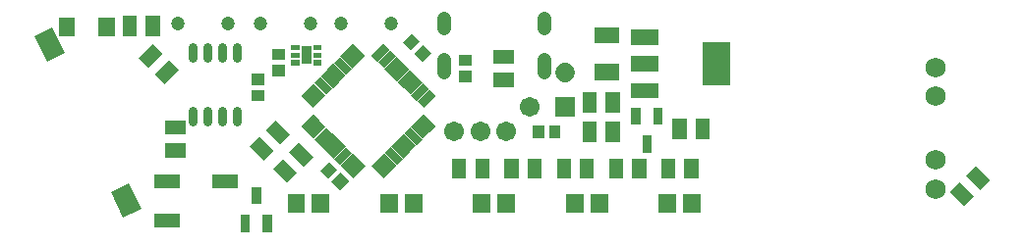
<source format=gbs>
G04 Layer: BottomSolderMaskLayer*
G04 EasyEDA v6.4.24, 2021-09-25T18:25:05+02:00*
G04 d15503250396465d85bfe37af418053a,f5a38c858c354eb5b90fd3f81420cce3,10*
G04 Gerber Generator version 0.2*
G04 Scale: 100 percent, Rotated: No, Reflected: No *
G04 Dimensions in millimeters *
G04 leading zeros omitted , absolute positions ,4 integer and 5 decimal *
%FSLAX45Y45*%
%MOMM*%

%ADD52C,1.2032*%
%ADD53C,0.8032*%
%ADD54C,1.7032*%
%ADD64C,1.2000*%
%ADD65C,1.7272*%

%LPD*%
D54*
X5113909Y-571500D02*
G01*
X5113909Y-571500D01*
D52*
X4068013Y-184983D02*
G01*
X4068013Y-104983D01*
X4931994Y-184983D02*
G01*
X4931994Y-104983D01*
X4068013Y-569986D02*
G01*
X4068013Y-459986D01*
X4931994Y-569986D02*
G01*
X4931994Y-459986D01*
D53*
X2286000Y-901090D02*
G01*
X2286000Y-993089D01*
X2159000Y-901090D02*
G01*
X2159000Y-993089D01*
X2032000Y-901090D02*
G01*
X2032000Y-993089D01*
X1905000Y-901090D02*
G01*
X1905000Y-993089D01*
X2286000Y-353110D02*
G01*
X2286000Y-445112D01*
X2159000Y-353110D02*
G01*
X2159000Y-445112D01*
X2032000Y-353110D02*
G01*
X2032000Y-445112D01*
X1905000Y-353110D02*
G01*
X1905000Y-445112D01*
D54*
G01*
X4381500Y-1079500D03*
G01*
X4803190Y-865911D03*
G01*
X4601590Y-1078611D03*
G01*
X4157090Y-1077391D03*
G36*
X5028691Y-948689D02*
G01*
X5028691Y-778510D01*
X5199125Y-778510D01*
X5199125Y-948689D01*
G37*
D64*
G01*
X2208911Y-142519D03*
G01*
X1778888Y-142519D03*
G01*
X2915031Y-142519D03*
G01*
X2485009Y-142519D03*
G01*
X3615004Y-142519D03*
G01*
X3184982Y-142519D03*
D65*
G01*
X8300008Y-1575003D03*
G01*
X8300008Y-1325016D03*
G01*
X8300008Y-775004D03*
G01*
X8300008Y-525018D03*
G36*
X3497072Y-478028D02*
G01*
X3443224Y-423926D01*
X3547363Y-319786D01*
X3601211Y-373634D01*
G37*
G36*
X3552697Y-533654D02*
G01*
X3498850Y-479805D01*
X3602990Y-375665D01*
X3657091Y-429513D01*
G37*
G36*
X3610356Y-591057D02*
G01*
X3556508Y-537210D01*
X3660647Y-433070D01*
X3714495Y-486918D01*
G37*
G36*
X3665981Y-646684D02*
G01*
X3612134Y-592836D01*
X3716274Y-488695D01*
X3770122Y-542544D01*
G37*
G36*
X3723386Y-704342D02*
G01*
X3669538Y-650239D01*
X3773677Y-546100D01*
X3827525Y-599947D01*
G37*
G36*
X3779011Y-759968D02*
G01*
X3725163Y-706120D01*
X3829304Y-601979D01*
X3883152Y-655828D01*
G37*
G36*
X3836670Y-817371D02*
G01*
X3782822Y-763523D01*
X3886961Y-659384D01*
X3940809Y-713231D01*
G37*
G36*
X3892295Y-872997D02*
G01*
X3838447Y-819150D01*
X3942588Y-715010D01*
X3996436Y-768857D01*
G37*
G36*
X3942588Y-1085087D02*
G01*
X3838447Y-980947D01*
X3892295Y-926845D01*
X3996436Y-1031239D01*
G37*
G36*
X3886961Y-1140713D02*
G01*
X3782822Y-1036573D01*
X3836670Y-982726D01*
X3940809Y-1086865D01*
G37*
G36*
X3829304Y-1198118D02*
G01*
X3725163Y-1093978D01*
X3779011Y-1040129D01*
X3883152Y-1144270D01*
G37*
G36*
X3773677Y-1253744D02*
G01*
X3669538Y-1149604D01*
X3723386Y-1095755D01*
X3827525Y-1199895D01*
G37*
G36*
X3716274Y-1311402D02*
G01*
X3612134Y-1207007D01*
X3665981Y-1153160D01*
X3770122Y-1257300D01*
G37*
G36*
X3660647Y-1367028D02*
G01*
X3556508Y-1262887D01*
X3610356Y-1209039D01*
X3714495Y-1313179D01*
G37*
G36*
X3602990Y-1424431D02*
G01*
X3498850Y-1320292D01*
X3552697Y-1266444D01*
X3657091Y-1370584D01*
G37*
G36*
X3547363Y-1480057D02*
G01*
X3443224Y-1375918D01*
X3497072Y-1322070D01*
X3601211Y-1426210D01*
G37*
G36*
X3285236Y-1480057D02*
G01*
X3231388Y-1426210D01*
X3335527Y-1322070D01*
X3389375Y-1375918D01*
G37*
G36*
X3229609Y-1424431D02*
G01*
X3175508Y-1370584D01*
X3279902Y-1266444D01*
X3333750Y-1320292D01*
G37*
G36*
X3171952Y-1367028D02*
G01*
X3118104Y-1313179D01*
X3222243Y-1209039D01*
X3276091Y-1262887D01*
G37*
G36*
X3116325Y-1311402D02*
G01*
X3062477Y-1257300D01*
X3166618Y-1153160D01*
X3220465Y-1207007D01*
G37*
G36*
X3058922Y-1253744D02*
G01*
X3005074Y-1199895D01*
X3109213Y-1095755D01*
X3163061Y-1149604D01*
G37*
G36*
X3003295Y-1198118D02*
G01*
X2949447Y-1144270D01*
X3053588Y-1040129D01*
X3107436Y-1093978D01*
G37*
G36*
X2945638Y-1140713D02*
G01*
X2891790Y-1086865D01*
X2995929Y-982726D01*
X3049777Y-1036573D01*
G37*
G36*
X2890011Y-1085087D02*
G01*
X2836163Y-1031239D01*
X2940304Y-926845D01*
X2994152Y-980947D01*
G37*
G36*
X2940304Y-872997D02*
G01*
X2836163Y-768857D01*
X2890011Y-715010D01*
X2994152Y-819150D01*
G37*
G36*
X2995929Y-817371D02*
G01*
X2891790Y-713231D01*
X2945638Y-659384D01*
X3049777Y-763523D01*
G37*
G36*
X3053588Y-759968D02*
G01*
X2949447Y-655828D01*
X3003295Y-601979D01*
X3107436Y-706120D01*
G37*
G36*
X3109213Y-704342D02*
G01*
X3005074Y-599947D01*
X3058922Y-546100D01*
X3163061Y-650239D01*
G37*
G36*
X3166618Y-646684D02*
G01*
X3062477Y-542544D01*
X3116325Y-488695D01*
X3220465Y-592836D01*
G37*
G36*
X3222243Y-591057D02*
G01*
X3118104Y-486918D01*
X3171952Y-433070D01*
X3276091Y-537210D01*
G37*
G36*
X3279902Y-533654D02*
G01*
X3175508Y-429513D01*
X3229609Y-375665D01*
X3333750Y-479805D01*
G37*
G36*
X3335527Y-478028D02*
G01*
X3231388Y-373634D01*
X3285236Y-319786D01*
X3389375Y-423926D01*
G37*
G36*
X2315972Y-1947671D02*
G01*
X2315972Y-1797557D01*
X2396236Y-1797557D01*
X2396236Y-1947671D01*
G37*
G36*
X2410968Y-1707642D02*
G01*
X2410968Y-1557528D01*
X2491231Y-1557528D01*
X2491231Y-1707642D01*
G37*
G36*
X2505963Y-1947671D02*
G01*
X2505963Y-1797557D01*
X2586227Y-1797557D01*
X2586227Y-1947671D01*
G37*
G36*
X8688070Y-1583181D02*
G01*
X8564118Y-1459229D01*
X8649208Y-1374139D01*
X8773159Y-1498092D01*
G37*
G36*
X8546591Y-1724660D02*
G01*
X8422640Y-1600707D01*
X8507729Y-1515618D01*
X8631681Y-1639570D01*
G37*
G36*
X5871463Y-1021842D02*
G01*
X5871463Y-871728D01*
X5951727Y-871728D01*
X5951727Y-1021842D01*
G37*
G36*
X5776468Y-1261871D02*
G01*
X5776468Y-1111757D01*
X5856731Y-1111757D01*
X5856731Y-1261871D01*
G37*
G36*
X5681472Y-1021842D02*
G01*
X5681472Y-871728D01*
X5761736Y-871728D01*
X5761736Y-1021842D01*
G37*
G36*
X6237477Y-1141729D02*
G01*
X6237477Y-966470D01*
X6357874Y-966470D01*
X6357874Y-1141729D01*
G37*
G36*
X6037325Y-1141729D02*
G01*
X6037325Y-966470D01*
X6157722Y-966470D01*
X6157722Y-1141729D01*
G37*
G36*
X5919724Y-1780031D02*
G01*
X5919724Y-1619757D01*
X6070091Y-1619757D01*
X6070091Y-1780031D01*
G37*
G36*
X6129781Y-1780031D02*
G01*
X6129781Y-1619757D01*
X6280150Y-1619757D01*
X6280150Y-1780031D01*
G37*
G36*
X5119877Y-1780031D02*
G01*
X5119877Y-1619757D01*
X5270245Y-1619757D01*
X5270245Y-1780031D01*
G37*
G36*
X5329936Y-1780031D02*
G01*
X5329936Y-1619757D01*
X5480304Y-1619757D01*
X5480304Y-1780031D01*
G37*
G36*
X4319777Y-1780031D02*
G01*
X4319777Y-1619757D01*
X4470145Y-1619757D01*
X4470145Y-1780031D01*
G37*
G36*
X4529836Y-1780031D02*
G01*
X4529836Y-1619757D01*
X4680204Y-1619757D01*
X4680204Y-1780031D01*
G37*
G36*
X3519677Y-1780031D02*
G01*
X3519677Y-1619757D01*
X3670045Y-1619757D01*
X3670045Y-1780031D01*
G37*
G36*
X3729736Y-1780031D02*
G01*
X3729736Y-1619757D01*
X3880104Y-1619757D01*
X3880104Y-1780031D01*
G37*
G36*
X2719831Y-1780031D02*
G01*
X2719831Y-1619757D01*
X2870200Y-1619757D01*
X2870200Y-1780031D01*
G37*
G36*
X2929890Y-1780031D02*
G01*
X2929890Y-1619757D01*
X3080258Y-1619757D01*
X3080258Y-1780031D01*
G37*
G36*
X5462777Y-1167129D02*
G01*
X5462777Y-991870D01*
X5583174Y-991870D01*
X5583174Y-1167129D01*
G37*
G36*
X5262625Y-1167129D02*
G01*
X5262625Y-991870D01*
X5383022Y-991870D01*
X5383022Y-1167129D01*
G37*
G36*
X6139941Y-1487678D02*
G01*
X6139941Y-1312418D01*
X6260084Y-1312418D01*
X6260084Y-1487678D01*
G37*
G36*
X5939790Y-1487678D02*
G01*
X5939790Y-1312418D01*
X6060186Y-1312418D01*
X6060186Y-1487678D01*
G37*
G36*
X5489956Y-1487678D02*
G01*
X5489956Y-1312418D01*
X5610097Y-1312418D01*
X5610097Y-1487678D01*
G37*
G36*
X5689854Y-1487678D02*
G01*
X5689854Y-1312418D01*
X5810250Y-1312418D01*
X5810250Y-1487678D01*
G37*
G36*
X5039868Y-1487678D02*
G01*
X5039868Y-1312418D01*
X5160263Y-1312418D01*
X5160263Y-1487678D01*
G37*
G36*
X5239765Y-1487678D02*
G01*
X5239765Y-1312418D01*
X5360161Y-1312418D01*
X5360161Y-1487678D01*
G37*
G36*
X4589779Y-1487678D02*
G01*
X4589779Y-1312418D01*
X4710175Y-1312418D01*
X4710175Y-1487678D01*
G37*
G36*
X4789931Y-1487678D02*
G01*
X4789931Y-1312418D01*
X4910074Y-1312418D01*
X4910074Y-1487678D01*
G37*
G36*
X4139945Y-1487678D02*
G01*
X4139945Y-1312418D01*
X4260088Y-1312418D01*
X4260088Y-1487678D01*
G37*
G36*
X4339843Y-1487678D02*
G01*
X4339843Y-1312418D01*
X4460240Y-1312418D01*
X4460240Y-1487678D01*
G37*
G36*
X5368543Y-636523D02*
G01*
X5368543Y-496315D01*
X5578856Y-496315D01*
X5578856Y-636523D01*
G37*
G36*
X5368543Y-316484D02*
G01*
X5368543Y-176276D01*
X5578856Y-176276D01*
X5578856Y-316484D01*
G37*
G36*
X5462777Y-913129D02*
G01*
X5462777Y-737870D01*
X5583174Y-737870D01*
X5583174Y-913129D01*
G37*
G36*
X5262625Y-913129D02*
G01*
X5262625Y-737870D01*
X5383022Y-737870D01*
X5383022Y-913129D01*
G37*
G36*
X1300226Y-252729D02*
G01*
X1300226Y-77470D01*
X1420621Y-77470D01*
X1420621Y-252729D01*
G37*
G36*
X1500378Y-252729D02*
G01*
X1500378Y-77470D01*
X1620773Y-77470D01*
X1620773Y-252729D01*
G37*
G36*
X750315Y-258063D02*
G01*
X750315Y-97536D01*
X890778Y-97536D01*
X890778Y-258063D01*
G37*
G36*
X1090421Y-258063D02*
G01*
X1090421Y-97536D01*
X1230884Y-97536D01*
X1230884Y-258063D01*
G37*
G36*
X1570228Y-1566671D02*
G01*
X1570228Y-1446276D01*
X1790700Y-1446276D01*
X1790700Y-1566671D01*
G37*
G36*
X2070354Y-1566671D02*
G01*
X2070354Y-1446276D01*
X2290572Y-1446276D01*
X2290572Y-1566671D01*
G37*
G36*
X1570228Y-1906523D02*
G01*
X1570228Y-1786128D01*
X1790700Y-1786128D01*
X1790700Y-1906523D01*
G37*
G36*
X3782313Y-380492D02*
G01*
X3711447Y-309626D01*
X3789425Y-231647D01*
X3860291Y-302513D01*
G37*
G36*
X3881374Y-479552D02*
G01*
X3810508Y-408686D01*
X3888486Y-330707D01*
X3959352Y-401573D01*
G37*
G36*
X2408681Y-678687D02*
G01*
X2408681Y-578357D01*
X2518918Y-578357D01*
X2518918Y-678687D01*
G37*
G36*
X2408681Y-818642D02*
G01*
X2408681Y-718312D01*
X2518918Y-718312D01*
X2518918Y-818642D01*
G37*
G36*
X5680709Y-789939D02*
G01*
X5680709Y-660400D01*
X5916929Y-660400D01*
X5916929Y-789939D01*
G37*
G36*
X5680709Y-558800D02*
G01*
X5680709Y-429260D01*
X5916929Y-429260D01*
X5916929Y-558800D01*
G37*
G36*
X5680709Y-330200D02*
G01*
X5680709Y-200660D01*
X5916929Y-200660D01*
X5916929Y-330200D01*
G37*
G36*
X6300470Y-679450D02*
G01*
X6300470Y-308610D01*
X6536690Y-308610D01*
X6536690Y-679450D01*
G37*
G36*
X2940304Y-441705D02*
G01*
X2940304Y-396494D01*
X3015488Y-396494D01*
X3015488Y-441705D01*
G37*
G36*
X2940304Y-376681D02*
G01*
X2940304Y-331470D01*
X3015488Y-331470D01*
X3015488Y-376681D01*
G37*
G36*
X2750311Y-376681D02*
G01*
X2750311Y-331470D01*
X2825495Y-331470D01*
X2825495Y-376681D01*
G37*
G36*
X2750311Y-441705D02*
G01*
X2750311Y-396494D01*
X2825495Y-396494D01*
X2825495Y-441705D01*
G37*
G36*
X2750311Y-506729D02*
G01*
X2750311Y-461518D01*
X2825495Y-461518D01*
X2825495Y-506729D01*
G37*
G36*
X2940304Y-506729D02*
G01*
X2940304Y-461518D01*
X3015488Y-461518D01*
X3015488Y-506729D01*
G37*
G36*
X2840227Y-496823D02*
G01*
X2840227Y-341376D01*
X2925572Y-341376D01*
X2925572Y-496823D01*
G37*
G36*
X647445Y-473963D02*
G01*
X539750Y-253492D01*
X694944Y-177800D01*
X802639Y-398271D01*
G37*
G36*
X1304544Y-1821434D02*
G01*
X1197102Y-1600962D01*
X1352295Y-1525270D01*
X1459737Y-1745742D01*
G37*
G36*
X4497070Y-493521D02*
G01*
X4497070Y-373126D01*
X4672329Y-373126D01*
X4672329Y-493521D01*
G37*
G36*
X4497070Y-693673D02*
G01*
X4497070Y-573278D01*
X4672329Y-573278D01*
X4672329Y-693673D01*
G37*
G36*
X2586481Y-602742D02*
G01*
X2586481Y-502412D01*
X2696718Y-502412D01*
X2696718Y-602742D01*
G37*
G36*
X2586481Y-462787D02*
G01*
X2586481Y-362457D01*
X2696718Y-362457D01*
X2696718Y-462787D01*
G37*
G36*
X3170174Y-1584452D02*
G01*
X3099308Y-1513586D01*
X3177286Y-1435607D01*
X3248152Y-1506473D01*
G37*
G36*
X3071113Y-1485392D02*
G01*
X3000247Y-1414526D01*
X3078225Y-1336547D01*
X3149091Y-1407413D01*
G37*
G36*
X4972811Y-1134618D02*
G01*
X4972811Y-1024381D01*
X5073141Y-1024381D01*
X5073141Y-1134618D01*
G37*
G36*
X4832858Y-1134618D02*
G01*
X4832858Y-1024381D01*
X4933188Y-1024381D01*
X4933188Y-1134618D01*
G37*
G36*
X1664207Y-670560D02*
G01*
X1579118Y-585470D01*
X1703070Y-461518D01*
X1788160Y-546607D01*
G37*
G36*
X1522729Y-529081D02*
G01*
X1437639Y-443992D01*
X1561592Y-320039D01*
X1646681Y-405129D01*
G37*
G36*
X2514091Y-1330960D02*
G01*
X2390140Y-1207007D01*
X2475229Y-1121918D01*
X2599181Y-1245870D01*
G37*
G36*
X2655570Y-1189481D02*
G01*
X2531618Y-1065529D01*
X2616708Y-980439D01*
X2740659Y-1104392D01*
G37*
G36*
X2717291Y-1521460D02*
G01*
X2593340Y-1397507D01*
X2678429Y-1312418D01*
X2802381Y-1436370D01*
G37*
G36*
X2858770Y-1379981D02*
G01*
X2734818Y-1256029D01*
X2819908Y-1170939D01*
X2943859Y-1294892D01*
G37*
G36*
X1664970Y-1103121D02*
G01*
X1664970Y-982726D01*
X1840229Y-982726D01*
X1840229Y-1103121D01*
G37*
G36*
X1664970Y-1303273D02*
G01*
X1664970Y-1182878D01*
X1840229Y-1182878D01*
X1840229Y-1303273D01*
G37*
G36*
X4199381Y-513587D02*
G01*
X4199381Y-413257D01*
X4309618Y-413257D01*
X4309618Y-513587D01*
G37*
G36*
X4199381Y-653542D02*
G01*
X4199381Y-553212D01*
X4309618Y-553212D01*
X4309618Y-653542D01*
G37*
M02*

</source>
